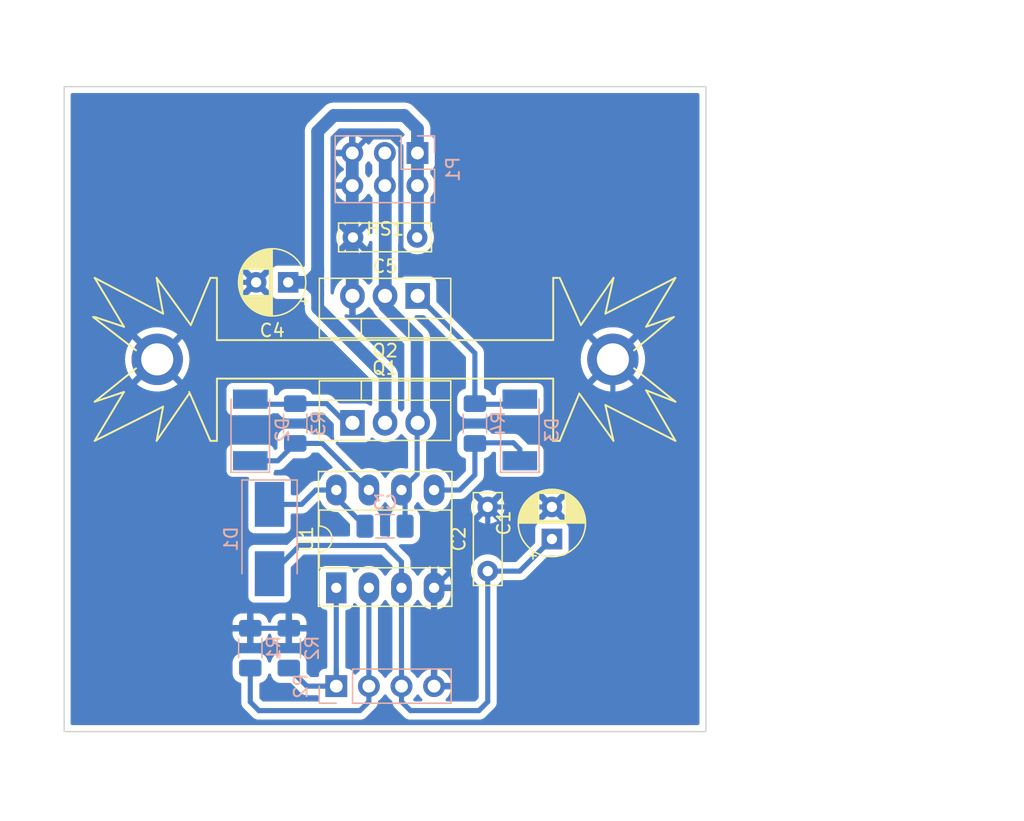
<source format=kicad_pcb>
(kicad_pcb (version 20211014) (generator pcbnew)
  (layers (0 "F.Cu" signal) (31 "B.Cu" signal) (34 "B.Paste" user) (35 "F.Paste" user) (36 "B.SilkS" user "B.Silkscreen") (37 "F.SilkS" user "F.Silkscreen") (38 "B.Mask" user) (39 "F.Mask" user) (44 "Edge.Cuts" user))
  (net 0 "")
  (net 1 "VCC")
  (net 2 "GND")
  (net 3 "/out")
  (net 4 "+24V")
  (net 5 "Net-(C3-Pad2)")
  (net 6 "/lin1")
  (net 7 "/hin1")
  (net 8 "/Vghs1")
  (net 9 "/Vgls1")
  (net 10 "Net-(Q1-Pad1)")
  (net 11 "Net-(Q2-Pad1)")
  (footprint "Package_TO_SOT_THT:TO-220-3_Vertical" (layer "F.Cu") (at 97.46 103.945)
    (fp_text reference "Q1" (at 2.54 -4.27) (layer "F.SilkS"))
    (fp_text value "IRF540N")
    (fp_line (start 4.391 -3.27) (end 4.391 -1.76) (layer "F.SilkS") (width 0.12))
    (fp_line (start -2.58 -3.27) (end -2.58 1.371) (layer "F.SilkS") (width 0.12))
    (fp_line (start 0.69 -3.27) (end 0.69 -1.76) (layer "F.SilkS") (width 0.12))
    (fp_line (start -2.58 -1.76) (end 7.66 -1.76) (layer "F.SilkS") (width 0.12))
    (fp_line (start 7.66 -3.27) (end 7.66 1.371) (layer "F.SilkS") (width 0.12))
    (fp_line (start -2.58 -3.27) (end 7.66 -3.27) (layer "F.SilkS") (width 0.12))
    (fp_line (start -2.58 1.371) (end 7.66 1.371) (layer "F.SilkS") (width 0.12))
    (pad "1" thru_hole rect (at 0 0) (size 1.905 2) (drill 1.1) (layers *.Cu *.Mask) (net 10 "Net-(Q1-Pad1)"))
    (pad "2" thru_hole oval (at 2.54 0) (size 1.905 2) (drill 1.1) (layers *.Cu *.Mask) (net 4 "+24V"))
    (pad "3" thru_hole oval (at 5.08 0) (size 1.905 2) (drill 1.1) (layers *.Cu *.Mask) (net 3 "/out"))
  )
  (footprint "Capacitor_THT:C_Rect_L7.0mm_W2.0mm_P5.00mm" (layer "F.Cu") (at 108 115.5 90)
    (fp_text reference "C2" (at 2.5 -2.25 90) (layer "F.SilkS"))
    (fp_text value "C")
    (fp_line (start 6.12 -1.12) (end 6.12 1.12) (layer "F.SilkS") (width 0.12))
    (fp_line (start -1.12 -1.12) (end 6.12 -1.12) (layer "F.SilkS") (width 0.12))
    (fp_line (start -1.12 1.12) (end 6.12 1.12) (layer "F.SilkS") (width 0.12))
    (fp_line (start -1.12 -1.12) (end -1.12 1.12) (layer "F.SilkS") (width 0.12))
    (pad "1" thru_hole circle (at 0 0 90) (size 1.6 1.6) (drill 0.8) (layers *.Cu *.Mask) (net 1 "VCC"))
    (pad "2" thru_hole circle (at 5 0 90) (size 1.6 1.6) (drill 0.8) (layers *.Cu *.Mask) (net 2 "GND"))
  )
  (footprint "Package_TO_SOT_THT:TO-220-3_Vertical" (layer "F.Cu") (at 102.54 94.055 180)
    (fp_text reference "Q2" (at 2.54 -4.27) (layer "F.SilkS"))
    (fp_text value "IRF540N")
    (fp_line (start -2.58 -3.27) (end -2.58 1.371) (layer "F.SilkS") (width 0.12))
    (fp_line (start -2.58 1.371) (end 7.66 1.371) (layer "F.SilkS") (width 0.12))
    (fp_line (start 0.69 -3.27) (end 0.69 -1.76) (layer "F.SilkS") (width 0.12))
    (fp_line (start -2.58 -1.76) (end 7.66 -1.76) (layer "F.SilkS") (width 0.12))
    (fp_line (start 7.66 -3.27) (end 7.66 1.371) (layer "F.SilkS") (width 0.12))
    (fp_line (start 4.391 -3.27) (end 4.391 -1.76) (layer "F.SilkS") (width 0.12))
    (fp_line (start -2.58 -3.27) (end 7.66 -3.27) (layer "F.SilkS") (width 0.12))
    (pad "1" thru_hole rect (at 0 0 180) (size 1.905 2) (drill 1.1) (layers *.Cu *.Mask) (net 11 "Net-(Q2-Pad1)"))
    (pad "2" thru_hole oval (at 2.54 0 180) (size 1.905 2) (drill 1.1) (layers *.Cu *.Mask) (net 3 "/out"))
    (pad "3" thru_hole oval (at 5.08 0 180) (size 1.905 2) (drill 1.1) (layers *.Cu *.Mask) (net 2 "GND"))
  )
  (footprint "Package_DIP:DIP-8_W7.62mm_Socket_LongPads" (layer "F.Cu") (at 96.2 116.8 90)
    (fp_text reference "U1" (at 3.81 -2.33 90) (layer "F.SilkS"))
    (fp_text value "L6387E")
    (fp_line (start -1.44 -1.39) (end -1.44 9.01) (layer "F.SilkS") (width 0.12))
    (fp_line (start 9.06 9.01) (end 9.06 -1.39) (layer "F.SilkS") (width 0.12))
    (fp_line (start -1.44 9.01) (end 9.06 9.01) (layer "F.SilkS") (width 0.12))
    (fp_line (start 2.81 -1.33) (end 1.56 -1.33) (layer "F.SilkS") (width 0.12))
    (fp_line (start 6.06 8.95) (end 6.06 -1.33) (layer "F.SilkS") (width 0.12))
    (fp_line (start 6.06 -1.33) (end 4.81 -1.33) (layer "F.SilkS") (width 0.12))
    (fp_line (start 9.06 -1.39) (end -1.44 -1.39) (layer "F.SilkS") (width 0.12))
    (fp_line (start 1.56 -1.33) (end 1.56 8.95) (layer "F.SilkS") (width 0.12))
    (fp_line (start 1.56 8.95) (end 6.06 8.95) (layer "F.SilkS") (width 0.12))
    (fp_arc (start 4.81 -1.33) (mid 3.81 -0.33) (end 2.81 -1.33) (layer "F.SilkS") (width 0.12))
    (pad "1" thru_hole rect (at 0 0 90) (size 2.4 1.6) (drill 0.8) (layers *.Cu *.Mask) (net 6 "/lin1"))
    (pad "2" thru_hole oval (at 0 2.54 90) (size 2.4 1.6) (drill 0.8) (layers *.Cu *.Mask) (net 7 "/hin1"))
    (pad "3" thru_hole oval (at 0 5.08 90) (size 2.4 1.6) (drill 0.8) (layers *.Cu *.Mask) (net 1 "VCC"))
    (pad "4" thru_hole oval (at 0 7.62 90) (size 2.4 1.6) (drill 0.8) (layers *.Cu *.Mask) (net 2 "GND"))
    (pad "5" thru_hole oval (at 7.62 7.62 90) (size 2.4 1.6) (drill 0.8) (layers *.Cu *.Mask) (net 9 "/Vgls1"))
    (pad "6" thru_hole oval (at 7.62 5.08 90) (size 2.4 1.6) (drill 0.8) (layers *.Cu *.Mask) (net 3 "/out"))
    (pad "7" thru_hole oval (at 7.62 2.54 90) (size 2.4 1.6) (drill 0.8) (layers *.Cu *.Mask) (net 8 "/Vghs1"))
    (pad "8" thru_hole oval (at 7.62 0 90) (size 2.4 1.6) (drill 0.8) (layers *.Cu *.Mask) (net 5 "Net-(C3-Pad2)"))
  )
  (footprint "my_own:Heatsink_Fischer_SK409_2xDrill2.3mm_soldered" (layer "F.Cu") (at 100 99)
    (fp_text reference "HS1" (at 0 -10.16) (layer "F.SilkS"))
    (fp_text value "Heatsink_Pad")
    (fp_line (start -13.608 6.35) (end -15.259 2.54) (layer "F.SilkS") (width 0.15))
    (fp_line (start -15.132 -2.667) (end -17.799 -6.35) (layer "F.SilkS") (width 0.15))
    (fp_line (start 13.1 6.35) (end 13.608 6.35) (layer "F.SilkS") (width 0.15))
    (fp_line (start 22.625 6.35) (end 20.339 2.413) (layer "F.SilkS") (width 0.15))
    (fp_line (start -17.799 -6.35) (end -17.291 -3.556) (layer "F.SilkS") (width 0.15))
    (fp_line (start 20.339 2.413) (end 22.625 3.302) (layer "F.SilkS") (width 0.15))
    (fp_line (start -13.1 1.5) (end -13.1 6.35) (layer "F.SilkS") (width 0.15))
    (fp_line (start -13.608 6.35) (end -13.1 6.35) (layer "F.SilkS") (width 0.15))
    (fp_line (start -22.625 -3.302) (end -20.339 -2.54) (layer "F.SilkS") (width 0.15))
    (fp_line (start -22.752 -3.302) (end -19.4 -0.7) (layer "F.SilkS") (width 0.15))
    (fp_line (start 20.339 -2.54) (end 22.498 -3.302) (layer "F.SilkS") (width 0.15))
    (fp_line (start -17.291 -3.556) (end -22.625 -6.35) (layer "F.SilkS") (width 0.15))
    (fp_line (start -22.625 3.302) (end -19.4 0.7) (layer "F.SilkS") (width 0.15))
    (fp_line (start -22.625 3.302) (end -20.339 2.54) (layer "F.SilkS") (width 0.15))
    (fp_line (start -13.1 -6.35) (end -13.608 -6.35) (layer "F.SilkS") (width 0.15))
    (fp_line (start 17.164 3.556) (end 22.625 6.35) (layer "F.SilkS") (width 0.15))
    (fp_line (start 22.498 -3.302) (end 19.4 -0.7) (layer "F.SilkS") (width 0.15))
    (fp_line (start 13.608 -6.35) (end 15.259 -2.667) (layer "F.SilkS") (width 0.15))
    (fp_line (start -20.339 -2.54) (end -22.625 -6.35) (layer "F.SilkS") (width 0.15))
    (fp_line (start 15.259 -2.667) (end 17.799 -6.35) (layer "F.SilkS") (width 0.15))
    (fp_line (start 22.625 -6.35) (end 20.339 -2.54) (layer "F.SilkS") (width 0.15))
    (fp_line (start -20.339 2.54) (end -22.625 6.35) (layer "F.SilkS") (width 0.15))
    (fp_line (start 13.1 -6.35) (end 13.481 -6.35) (layer "F.SilkS") (width 0.15))
    (fp_line (start -17.799 6.35) (end -17.291 3.683) (layer "F.SilkS") (width 0.15))
    (fp_line (start 13.1 -1.5) (end 13.1 -6.35) (layer "F.SilkS") (width 0.15))
    (fp_line (start 22.625 3.302) (end 19.4 0.7) (layer "F.SilkS") (width 0.15))
    (fp_line (start 13.1 1.5) (end -13.1 1.5) (layer "F.SilkS") (width 0.15))
    (fp_line (start -13.608 -6.35) (end -15.132 -2.667) (layer "F.SilkS") (width 0.15))
    (fp_line (start -15.259 2.667) (end -17.799 6.35) (layer "F.SilkS") (width 0.15))
    (fp_line (start 17.164 -3.556) (end 17.799 -6.35) (layer "F.SilkS") (width 0.15))
    (fp_line (start 13.1 -1.5) (end -13.1 -1.5) (layer "F.SilkS") (width 0.15))
    (fp_line (start 15.132 2.667) (end 17.799 6.35) (layer "F.SilkS") (width 0.15))
    (fp_line (start -13.1 -1.5) (end -13.1 -6.35) (layer "F.SilkS") (width 0.15))
    (fp_line (start 13.608 6.35) (end 15.132 2.667) (layer "F.SilkS") (width 0.15))
    (fp_line (start -17.291 3.683) (end -22.625 6.35) (layer "F.SilkS") (width 0.15))
    (fp_line (start 13.1 1.5) (end 13.1 6.35) (layer "F.SilkS") (width 0.15))
    (fp_line (start 22.625 -6.35) (end 17.164 -3.556) (layer "F.SilkS") (width 0.15))
    (fp_line (start 17.799 6.35) (end 17.164 3.556) (layer "F.SilkS") (width 0.15))
    (pad "1" thru_hole circle (at -17.75 0) (size 4 4) (drill 2.5) (layers *.Cu *.Mask) (net 2 "GND"))
    (pad "1" thru_hole circle (at 17.75 0) (size 4 4) (drill 2.5) (layers *.Cu *.Mask) (net 2 "GND"))
  )
  (footprint "Capacitor_THT:CP_Radial_D5.0mm_P2.50mm" (layer "F.Cu") (at 92.455113 93 180)
    (fp_text reference "C4" (at 1.25 -3.75) (layer "F.SilkS"))
    (fp_text value "CP1")
    (fp_line (start 2.091 -2.442) (end 2.091 -1.04) (layer "F.SilkS") (width 0.12))
    (fp_line (start 2.211 -2.398) (end 2.211 -1.04) (layer "F.SilkS") (width 0.12))
    (fp_line (start 2.971 1.04) (end 2.971 1.937) (layer "F.SilkS") (width 0.12))
    (fp_line (start 1.33 -2.579) (end 1.33 2.579) (layer "F.SilkS") (width 0.12))
    (fp_line (start 3.691 -0.915) (end 3.691 0.915) (layer "F.SilkS") (width 0.12))
    (fp_line (start 2.811 -2.065) (end 2.811 -1.04) (layer "F.SilkS") (width 0.12))
    (fp_line (start 2.051 -2.455) (end 2.051 -1.04) (layer "F.SilkS") (width 0.12))
    (fp_line (start 2.331 -2.348) (end 2.331 -1.04) (layer "F.SilkS") (width 0.12))
    (fp_line (start 3.291 -1.605) (end 3.291 -1.04) (layer "F.SilkS") (width 0.12))
    (fp_line (start 1.53 -2.565) (end 1.53 -1.04) (layer "F.SilkS") (width 0.12))
    (fp_line (start 1.81 1.04) (end 1.81 2.52) (layer "F.SilkS") (width 0.12))
    (fp_line (start 1.25 -2.58) (end 1.25 2.58) (layer "F.SilkS") (width 0.12))
    (fp_line (start 2.411 -2.31) (end 2.411 -1.04) (layer "F.SilkS") (width 0.12))
    (fp_line (start 1.41 -2.576) (end 1.41 2.576) (layer "F.SilkS") (width 0.12))
    (fp_line (start 2.051 1.04) (end 2.051 2.455) (layer "F.SilkS") (width 0.12))
    (fp_line (start 2.651 1.04) (end 2.651 2.175) (layer "F.SilkS") (width 0.12))
    (fp_line (start 2.171 -2.414) (end 2.171 -1.04) (layer "F.SilkS") (width 0.12))
    (fp_line (start 1.45 -2.573) (end 1.45 2.573) (layer "F.SilkS") (width 0.12))
    (fp_line (start 2.931 1.04) (end 2.931 1.971) (layer "F.SilkS") (width 0.12))
    (fp_line (start -1.554775 -1.475) (end -1.054775 -1.475) (layer "F.SilkS") (width 0.12))
    (fp_line (start 3.011 -1.901) (end 3.011 -1.04) (layer "F.SilkS") (width 0.12))
    (fp_line (start 1.73 -2.536) (end 1.73 -1.04) (layer "F.SilkS") (width 0.12))
    (fp_line (start 1.81 -2.52) (end 1.81 -1.04) (layer "F.SilkS") (width 0.12))
    (fp_line (start 3.651 -1.011) (end 3.651 1.011) (layer "F.SilkS") (width 0.12))
    (fp_line (start 1.57 1.04) (end 1.57 2.561) (layer "F.SilkS") (width 0.12))
    (fp_line (start 1.77 -2.528) (end 1.77 -1.04) (layer "F.SilkS") (width 0.12))
    (fp_line (start 2.251 1.04) (end 2.251 2.382) (layer "F.SilkS") (width 0.12))
    (fp_line (start 2.771 -2.095) (end 2.771 -1.04) (layer "F.SilkS") (width 0.12))
    (fp_line (start 3.331 -1.554) (end 3.331 -1.04) (layer "F.SilkS") (width 0.12))
    (fp_line (start 2.611 1.04) (end 2.611 2.2) (layer "F.SilkS") (width 0.12))
    (fp_line (start 2.491 1.04) (end 2.491 2.268) (layer "F.SilkS") (width 0.12))
    (fp_line (start 3.251 1.04) (end 3.251 1.653) (layer "F.SilkS") (width 0.12))
    (fp_line (start 1.89 -2.501) (end 1.89 -1.04) (layer "F.SilkS") (width 0.12))
    (fp_line (start 3.411 -1.443) (end 3.411 -1.04) (layer "F.SilkS") (width 0.12))
    (fp_line (start 2.691 -2.149) (end 2.691 -1.04) (layer "F.SilkS") (width 0.12))
    (fp_line (start 2.891 1.04) (end 2.891 2.004) (layer "F.SilkS") (width 0.12))
    (fp_line (start 3.571 -1.178) (end 3.571 1.178) (layer "F.SilkS") (width 0.12))
    (fp_line (start 2.691 1.04) (end 2.691 2.149) (layer "F.SilkS") (width 0.12))
    (fp_line (start 2.451 1.04) (end 2.451 2.29) (layer "F.SilkS") (width 0.12))
    (fp_line (start 1.57 -2.561) (end 1.57 -1.04) (layer "F.SilkS") (width 0.12))
    (fp_line (start 3.411 1.04) (end 3.411 1.443) (layer "F.SilkS") (width 0.12))
    (fp_line (start 3.371 -1.5) (end 3.371 -1.04) (layer "F.SilkS") (width 0.12))
    (fp_line (start 1.53 1.04) (end 1.53 2.565) (layer "F.SilkS") (width 0.12))
    (fp_line (start 3.091 1.04) (end 3.091 1.826) (layer "F.SilkS") (width 0.12))
    (fp_line (start 2.531 1.04) (end 2.531 2.247) (layer "F.SilkS") (width 0.12))
    (fp_line (start 2.011 1.04) (end 2.011 2.468) (layer "F.SilkS") (width 0.12))
    (fp_line (start 3.611 -1.098) (end 3.611 1.098) (layer "F.SilkS") (width 0.12))
    (fp_line (start 2.651 -2.175) (end 2.651 -1.04) (layer "F.SilkS") (width 0.12))
    (fp_line (start 1.971 1.04) (end 1.971 2.48) (layer "F.SilkS") (width 0.12))
    (fp_line (start 2.131 -2.428) (end 2.131 -1.04) (layer "F.SilkS") (width 0.12))
    (fp_line (start 1.65 -2.55) (end 1.65 -1.04) (layer "F.SilkS") (width 0.12))
    (fp_line (start 1.93 -2.491) (end 1.93 -1.04) (layer "F.SilkS") (width 0.12))
    (fp_line (start 3.731 -0.805) (end 3.731 0.805) (layer "F.SilkS") (width 0.12))
    (fp_line (start 3.531 -1.251) (end 3.531 -1.04) (layer "F.SilkS") (width 0.12))
    (fp_line (start 2.131 1.04) (end 2.131 2.428) (layer "F.SilkS") (width 0.12))
    (fp_line (start 3.131 -1.785) (end 3.131 -1.04) (layer "F.SilkS") (width 0.12))
    (fp_line (start 3.491 -1.319) (end 3.491 -1.04) (layer "F.SilkS") (width 0.12))
    (fp_line (start 2.731 -2.122) (end 2.731 -1.04) (layer "F.SilkS") (width 0.12))
    (fp_line (start 2.411 1.04) (end 2.411 2.31) (layer "F.SilkS") (width 0.12))
    (fp_line (start 2.491 -2.268) (end 2.491 -1.04) (layer "F.SilkS") (width 0.12))
    (fp_line (start 2.211 1.04) (end 2.211 2.398) (layer "F.SilkS") (width 0.12))
    (fp_line (start 2.731 1.04) (end 2.731 2.122) (layer "F.SilkS") (width 0.12))
    (fp_line (start 3.171 1.04) (end 3.171 1.743) (layer "F.SilkS") (width 0.12))
    (fp_line (start 1.85 1.04) (end 1.85 2.511) (layer "F.SilkS") (width 0.12))
    (fp_line (start 2.531 -2.247) (end 2.531 -1.04) (layer "F.SilkS") (width 0.12))
    (fp_line (start 2.931 -1.971) (end 2.931 -1.04) (layer "F.SilkS") (width 0.12))
    (fp_line (start 1.69 -2.543) (end 1.69 -1.04) (layer "F.SilkS") (width 0.12))
    (fp_line (start 3.211 1.04) (end 3.211 1.699) (layer "F.SilkS") (width 0.12))
    (fp_line (start 2.891 -2.004) (end 2.891 -1.04) (layer "F.SilkS") (width 0.12))
    (fp_line (start 3.171 -1.743) (end 3.171 -1.04) (layer "F.SilkS") (width 0.12))
    (fp_line (start 2.851 1.04) (end 2.851 2.035) (layer "F.SilkS") (width 0.12))
    (fp_line (start 1.37 -2.578) (end 1.37 2.578) (layer "F.SilkS") (width 0.12))
    (fp_line (start 2.291 -2.365) (end 2.291 -1.04) (layer "F.SilkS") (width 0.12))
    (fp_line (start 2.091 1.04) (end 2.091 2.442) (layer "F.SilkS") (width 0.12))
    (fp_line (start 1.73 1.04) (end 1.73 2.536) (layer "F.SilkS") (width 0.12))
    (fp_line (start 1.69 1.04) (end 1.69 2.543) (layer "F.SilkS") (width 0.12))
    (fp_line (start 1.61 -2.556) (end 1.61 -1.04) (layer "F.SilkS") (width 0.12))
    (fp_line (start 3.051 -1.864) (end 3.051 -1.04) (layer "F.SilkS") (width 0.12))
    (fp_line (start 2.251 -2.382) (end 2.251 -1.04) (layer "F.SilkS") (width 0.12))
    (fp_line (start 1.49 -2.569) (end 1.49 -1.04) (layer "F.SilkS") (width 0.12))
    (fp_line (start 3.211 -1.699) (end 3.211 -1.04) (layer "F.SilkS") (width 0.12))
    (fp_line (start 2.371 -2.329) (end 2.371 -1.04) (layer "F.SilkS") (width 0.12))
    (fp_line (start 3.011 1.04) (end 3.011 1.901) (layer "F.SilkS") (width 0.12))
    (fp_line (start 1.29 -2.58) (end 1.29 2.58) (layer "F.SilkS") (width 0.12))
    (fp_line (start 2.771 1.04) (end 2.771 2.095) (layer "F.SilkS") (width 0.12))
    (fp_line (start 2.451 -2.29) (end 2.451 -1.04) (layer "F.SilkS") (width 0.12))
    (fp_line (start 2.611 -2.2) (end 2.611 -1.04) (layer "F.SilkS") (width 0.12))
    (fp_line (start 3.451 1.04) (end 3.451 1.383) (layer "F.SilkS") (width 0.12))
    (fp_line (start -1.304775 -1.725) (end -1.304775 -1.225) (layer "F.SilkS") (width 0.12))
    (fp_line (start 2.811 1.04) (end 2.811 2.065) (layer "F.SilkS") (width 0.12))
    (fp_line (start 2.851 -2.035) (end 2.851 -1.04) (layer "F.SilkS") (width 0.12))
    (fp_line (start 1.49 1.04) (end 1.49 2.569) (layer "F.SilkS") (width 0.12))
    (fp_line (start 2.971 -1.937) (end 2.971 -1.04) (layer "F.SilkS") (width 0.12))
    (fp_line (start 1.85 -2.511) (end 1.85 -1.04) (layer "F.SilkS") (width 0.12))
    (fp_line (start 3.371 1.04) (end 3.371 1.5) (layer "F.SilkS") (width 0.12))
    (fp_line (start 1.61 1.04) (end 1.61 2.556) (layer "F.SilkS") (width 0.12))
    (fp_line (start 1.77 1.04) (end 1.77 2.528) (layer "F.SilkS") (width 0.12))
    (fp_line (start 3.131 1.04) (end 3.131 1.785) (layer "F.SilkS") (width 0.12))
    (fp_line (start 2.571 -2.224) (end 2.571 -1.04) (layer "F.SilkS") (width 0.12))
    (fp_line (start 3.291 1.04) (end 3.291 1.605) (layer "F.SilkS") (width 0.12))
    (fp_line (start 3.811 -0.518) (end 3.811 0.518) (layer "F.SilkS") (width 0.12))
    (fp_line (start 3.451 -1.383) (end 3.451 -1.04) (layer "F.SilkS") (width 0.12))
    (fp_line (start 2.331 1.04) (end 2.331 2.348) (layer "F.SilkS") (width 0.12))
    (fp_line (start 3.331 1.04) (end 3.331 1.554) (layer "F.SilkS") (width 0.12))
    (fp_line (start 1.93 1.04) (end 1.93 2.491) (layer "F.SilkS") (width 0.12))
    (fp_line (start 2.571 1.04) (end 2.571 2.224) (layer "F.SilkS") (width 0.12))
    (fp_line (start 3.091 -1.826) (end 3.091 -1.04) (layer "F.SilkS") (width 0.12))
    (fp_line (start 3.491 1.04) (end 3.491 1.319) (layer "F.SilkS") (width 0.12))
    (fp_line (start 3.771 -0.677) (end 3.771 0.677) (layer "F.SilkS") (width 0.12))
    (fp_line (start 2.171 1.04) (end 2.171 2.414) (layer "F.SilkS") (width 0.12))
    (fp_line (start 3.051 1.04) (end 3.051 1.864) (layer "F.SilkS") (width 0.12))
    (fp_line (start 2.011 -2.468) (end 2.011 -1.04) (layer "F.SilkS") (width 0.12))
    (fp_line (start 2.371 1.04) (end 2.371 2.329) (layer "F.SilkS") (width 0.12))
    (fp_line (start 2.291 1.04) (end 2.291 2.365) (layer "F.SilkS") (width 0.12))
    (fp_line (start 1.971 -2.48) (end 1.971 -1.04) (layer "F.SilkS") (width 0.12))
    (fp_line (start 1.89 1.04) (end 1.89 2.501) (layer "F.SilkS") (width 0.12))
    (fp_line (start 3.851 -0.284) (end 3.851 0.284) (layer "F.SilkS") (width 0.12))
    (fp_line (start 3.531 1.04) (end 3.531 1.251) (layer "F.SilkS") (width 0.12))
    (fp_line (start 3.251 -1.653) (end 3.251 -1.04) (layer "F.SilkS") (width 0.12))
    (fp_line (start 1.65 1.04) (end 1.65 2.55) (layer "F.SilkS") (width 0.12))
    (fp_circle (center 1.25 0) (end 3.87 0) (layer "F.SilkS") (width 0.12) (fill none))
    (pad "1" thru_hole rect (at 0 0 180) (size 1.6 1.6) (drill 0.8) (layers *.Cu *.Mask) (net 4 "+24V"))
    (pad "2" thru_hole circle (at 2.5 0 180) (size 1.6 1.6) (drill 0.8) (layers *.Cu *.Mask) (net 2 "GND"))
  )
  (footprint "Capacitor_THT:CP_Radial_D5.0mm_P2.50mm" (layer "F.Cu") (at 113 113 90)
    (fp_text reference "C1" (at 1.25 -3.75 90) (layer "F.SilkS"))
    (fp_text value "CP1")
    (fp_line (start 1.89 1.04) (end 1.89 2.501) (layer "F.SilkS") (width 0.12))
    (fp_line (start 2.011 1.04) (end 2.011 2.468) (layer "F.SilkS") (width 0.12))
    (fp_line (start 1.93 -2.491) (end 1.93 -1.04) (layer "F.SilkS") (width 0.12))
    (fp_line (start 2.491 1.04) (end 2.491 2.268) (layer "F.SilkS") (width 0.12))
    (fp_line (start 3.411 -1.443) (end 3.411 -1.04) (layer "F.SilkS") (width 0.12))
    (fp_line (start 1.69 -2.543) (end 1.69 -1.04) (layer "F.SilkS") (width 0.12))
    (fp_line (start 3.411 1.04) (end 3.411 1.443) (layer "F.SilkS") (width 0.12))
    (fp_line (start 1.81 1.04) (end 1.81 2.52) (layer "F.SilkS") (width 0.12))
    (fp_line (start 3.171 -1.743) (end 3.171 -1.04) (layer "F.SilkS") (width 0.12))
    (fp_line (start 2.651 -2.175) (end 2.651 -1.04) (layer "F.SilkS") (width 0.12))
    (fp_line (start 2.171 1.04) (end 2.171 2.414) (layer "F.SilkS") (width 0.12))
    (fp_line (start 3.011 -1.901) (end 3.011 -1.04) (layer "F.SilkS") (width 0.12))
    (fp_line (start 2.251 1.04) (end 2.251 2.382) (layer "F.SilkS") (width 0.12))
    (fp_line (start 2.291 1.04) (end 2.291 2.365) (layer "F.SilkS") (width 0.12))
    (fp_line (start 1.61 1.04) (end 1.61 2.556) (layer "F.SilkS") (width 0.12))
    (fp_line (start 1.73 1.04) (end 1.73 2.536) (layer "F.SilkS") (width 0.12))
    (fp_line (start -1.554775 -1.475) (end -1.054775 -1.475) (layer "F.SilkS") (width 0.12))
    (fp_line (start 1.25 -2.58) (end 1.25 2.58) (layer "F.SilkS") (width 0.12))
    (fp_line (start 1.53 -2.565) (end 1.53 -1.04) (layer "F.SilkS") (width 0.12))
    (fp_line (start 2.291 -2.365) (end 2.291 -1.04) (layer "F.SilkS") (width 0.12))
    (fp_line (start 1.29 -2.58) (end 1.29 2.58) (layer "F.SilkS") (width 0.12))
    (fp_line (start 1.85 1.04) (end 1.85 2.511) (layer "F.SilkS") (width 0.12))
    (fp_line (start 1.53 1.04) (end 1.53 2.565) (layer "F.SilkS") (width 0.12))
    (fp_line (start 1.93 1.04) (end 1.93 2.491) (layer "F.SilkS") (width 0.12))
    (fp_line (start 2.611 -2.2) (end 2.611 -1.04) (layer "F.SilkS") (width 0.12))
    (fp_line (start 1.41 -2.576) (end 1.41 2.576) (layer "F.SilkS") (width 0.12))
    (fp_line (start 2.731 -2.122) (end 2.731 -1.04) (layer "F.SilkS") (width 0.12))
    (fp_line (start 2.011 -2.468) (end 2.011 -1.04) (layer "F.SilkS") (width 0.12))
    (fp_line (start 2.411 1.04) (end 2.411 2.31) (layer "F.SilkS") (width 0.12))
    (fp_line (start 1.69 1.04) (end 1.69 2.543) (layer "F.SilkS") (width 0.12))
    (fp_line (start 1.57 -2.561) (end 1.57 -1.04) (layer "F.SilkS") (width 0.12))
    (fp_line (start 1.73 -2.536) (end 1.73 -1.04) (layer "F.SilkS") (width 0.12))
    (fp_line (start 1.57 1.04) (end 1.57 2.561) (layer "F.SilkS") (width 0.12))
    (fp_line (start 3.491 1.04) (end 3.491 1.319) (layer "F.SilkS") (width 0.12))
    (fp_line (start 2.771 1.04) (end 2.771 2.095) (layer "F.SilkS") (width 0.12))
    (fp_line (start 1.61 -2.556) (end 1.61 -1.04) (layer "F.SilkS") (width 0.12))
    (fp_line (start 2.931 1.04) (end 2.931 1.971) (layer "F.SilkS") (width 0.12))
    (fp_line (start 1.85 -2.511) (end 1.85 -1.04) (layer "F.SilkS") (width 0.12))
    (fp_line (start 2.971 -1.937) (end 2.971 -1.04) (layer "F.SilkS") (width 0.12))
    (fp_line (start 2.451 1.04) (end 2.451 2.29) (layer "F.SilkS") (width 0.12))
    (fp_line (start 3.451 -1.383) (end 3.451 -1.04) (layer "F.SilkS") (width 0.12))
    (fp_line (start 2.571 1.04) (end 2.571 2.224) (layer "F.SilkS") (width 0.12))
    (fp_line (start 1.65 1.04) (end 1.65 2.55) (layer "F.SilkS") (width 0.12))
    (fp_line (start 3.531 1.04) (end 3.531 1.251) (layer "F.SilkS") (width 0.12))
    (fp_line (start 2.051 1.04) (end 2.051 2.455) (layer "F.SilkS") (width 0.12))
    (fp_line (start 1.89 -2.501) (end 1.89 -1.04) (layer "F.SilkS") (width 0.12))
    (fp_line (start 2.771 -2.095) (end 2.771 -1.04) (layer "F.SilkS") (width 0.12))
    (fp_line (start 2.731 1.04) (end 2.731 2.122) (layer "F.SilkS") (width 0.12))
    (fp_line (start 2.211 -2.398) (end 2.211 -1.04) (layer "F.SilkS") (width 0.12))
    (fp_line (start 2.851 1.04) (end 2.851 2.035) (layer "F.SilkS") (width 0.12))
    (fp_line (start 3.371 1.04) (end 3.371 1.5) (layer "F.SilkS") (width 0.12))
    (fp_line (start 2.811 1.04) (end 2.811 2.065) (layer "F.SilkS") (width 0.12))
    (fp_line (start 2.931 -1.971) (end 2.931 -1.04) (layer "F.SilkS") (width 0.12))
    (fp_line (start 3.651 -1.011) (end 3.651 1.011) (layer "F.SilkS") (width 0.12))
    (fp_line (start 3.291 1.04) (end 3.291 1.605) (layer "F.SilkS") (width 0.12))
    (fp_line (start 1.971 1.04) (end 1.971 2.48) (layer "F.SilkS") (width 0.12))
    (fp_line (start 3.011 1.04) (end 3.011 1.901) (layer "F.SilkS") (width 0.12))
    (fp_line (start 3.771 -0.677) (end 3.771 0.677) (layer "F.SilkS") (width 0.12))
    (fp_line (start 3.451 1.04) (end 3.451 1.383) (layer "F.SilkS") (width 0.12))
    (fp_line (start 1.33 -2.579) (end 1.33 2.579) (layer "F.SilkS") (width 0.12))
    (fp_line (start 1.37 -2.578) (end 1.37 2.578) (layer "F.SilkS") (width 0.12))
    (fp_line (start 2.171 -2.414) (end 2.171 -1.04) (layer "F.SilkS") (width 0.12))
    (fp_line (start 3.251 -1.653) (end 3.251 -1.04) (layer "F.SilkS") (width 0.12))
    (fp_line (start 3.531 -1.251) (end 3.531 -1.04) (layer "F.SilkS") (width 0.12))
    (fp_line (start 2.891 -2.004) (end 2.891 -1.04) (layer "F.SilkS") (width 0.12))
    (fp_line (start 2.131 1.04) (end 2.131 2.428) (layer "F.SilkS") (width 0.12))
    (fp_line (start 3.491 -1.319) (end 3.491 -1.04) (layer "F.SilkS") (width 0.12))
    (fp_line (start 3.131 1.04) (end 3.131 1.785) (layer "F.SilkS") (width 0.12))
    (fp_line (start 3.371 -1.5) (end 3.371 -1.04) (layer "F.SilkS") (width 0.12))
    (fp_line (start 2.371 1.04) (end 2.371 2.329) (layer "F.SilkS") (width 0.12))
    (fp_line (start 2.331 -2.348) (end 2.331 -1.04) (layer "F.SilkS") (width 0.12))
    (fp_line (start 3.131 -1.785) (end 3.131 -1.04) (layer "F.SilkS") (width 0.12))
    (fp_line (start 1.77 -2.528) (end 1.77 -1.04) (layer "F.SilkS") (width 0.12))
    (fp_line (start 2.091 -2.442) (end 2.091 -1.04) (layer "F.SilkS") (width 0.12))
    (fp_line (start 2.811 -2.065) (end 2.811 -1.04) (layer "F.SilkS") (width 0.12))
    (fp_line (start 3.211 -1.699) (end 3.211 -1.04) (layer "F.SilkS") (width 0.12))
    (fp_line (start 3.091 1.04) (end 3.091 1.826) (layer "F.SilkS") (width 0.12))
    (fp_line (start 2.131 -2.428) (end 2.131 -1.04) (layer "F.SilkS") (width 0.12))
    (fp_line (start 2.531 1.04) (end 2.531 2.247) (layer "F.SilkS") (width 0.12))
    (fp_line (start 1.971 -2.48) (end 1.971 -1.04) (layer "F.SilkS") (width 0.12))
    (fp_line (start 1.49 1.04) (end 1.49 2.569) (layer "F.SilkS") (width 0.12))
    (fp_line (start 3.611 -1.098) (end 3.611 1.098) (layer "F.SilkS") (width 0.12))
    (fp_line (start 2.451 -2.29) (end 2.451 -1.04) (layer "F.SilkS") (width 0.12))
    (fp_line (start 3.051 -1.864) (end 3.051 -1.04) (layer "F.SilkS") (width 0.12))
    (fp_line (start 2.051 -2.455) (end 2.051 -1.04) (layer "F.SilkS") (width 0.12))
    (fp_line (start 2.531 -2.247) (end 2.531 -1.04) (layer "F.SilkS") (width 0.12))
    (fp_line (start 3.331 1.04) (end 3.331 1.554) (layer "F.SilkS") (width 0.12))
    (fp_line (start 2.891 1.04) (end 2.891 2.004) (layer "F.SilkS") (width 0.12))
    (fp_line (start 2.411 -2.31) (end 2.411 -1.04) (layer "F.SilkS") (width 0.12))
    (fp_line (start 1.77 1.04) (end 1.77 2.528) (layer "F.SilkS") (width 0.12))
    (fp_line (start 2.971 1.04) (end 2.971 1.937) (layer "F.SilkS") (width 0.12))
    (fp_line (start 2.651 1.04) (end 2.651 2.175) (layer "F.SilkS") (width 0.12))
    (fp_line (start 2.851 -2.035) (end 2.851 -1.04) (layer "F.SilkS") (width 0.12))
    (fp_line (start 2.571 -2.224) (end 2.571 -1.04) (layer "F.SilkS") (width 0.12))
    (fp_line (start 2.211 1.04) (end 2.211 2.398) (layer "F.SilkS") (width 0.12))
    (fp_line (start 3.331 -1.554) (end 3.331 -1.04) (layer "F.SilkS") (width 0.12))
    (fp_line (start 2.251 -2.382) (end 2.251 -1.04) (layer "F.SilkS") (width 0.12))
    (fp_line (start 3.731 -0.805) (end 3.731 0.805) (layer "F.SilkS") (width 0.12))
    (fp_line (start 2.091 1.04) (end 2.091 2.442) (layer "F.SilkS") (width 0.12))
    (fp_line (start 3.691 -0.915) (end 3.691 0.915) (layer "F.SilkS") (width 0.12))
    (fp_line (start 3.211 1.04) (end 3.211 1.699) (layer "F.SilkS") (width 0.12))
    (fp_line (start 2.491 -2.268) (end 2.491 -1.04) (layer "F.SilkS") (width 0.12))
    (fp_line (start 2.691 1.04) (end 2.691 2.149) (layer "F.SilkS") (width 0.12))
    (fp_line (start 3.571 -1.178) (end 3.571 1.178) (layer "F.SilkS") (width 0.12))
    (fp_line (start 1.45 -2.573) (end 1.45 2.573) (layer "F.SilkS") (width 0.12))
    (fp_line (start 2.371 -2.329) (end 2.371 -1.04) (layer "F.SilkS") (width 0.12))
    (fp_line (start 1.49 -2.569) (end 1.49 -1.04) (layer "F.SilkS") (width 0.12))
    (fp_line (start 3.171 1.04) (end 3.171 1.743) (layer "F.SilkS") (width 0.12))
    (fp_line (start 3.251 1.04) (end 3.251 1.653) (layer "F.SilkS") (width 0.12))
    (fp_line (start 2.331 1.04) (end 2.331 2.348) (layer "F.SilkS") (width 0.12))
    (fp_line (start -1.304775 -1.725) (end -1.304775 -1.225) (layer "F.SilkS") (width 0.12))
    (fp_line (start 3.851 -0.284) (end 3.851 0.284) (layer "F.SilkS") (width 0.12))
    (fp_line (start 2.691 -2.149) (end 2.691 -1.04) (layer "F.SilkS") (width 0.12))
    (fp_line (start 3.051 1.04) (end 3.051 1.864) (layer "F.SilkS") (width 0.12))
    (fp_line (start 2.611 1.04) (end 2.611 2.2) (layer "F.SilkS") (width 0.12))
    (fp_line (start 3.291 -1.605) (end 3.291 -1.04) (layer "F.SilkS") (width 0.12))
    (fp_line (start 3.091 -1.826) (end 3.091 -1.04) (layer "F.SilkS") (width 0.12))
    (fp_line (start 3.811 -0.518) (end 3.811 0.518) (layer "F.SilkS") (width 0.12))
    (fp_line (start 1.65 -2.55) (end 1.65 -1.04) (layer "F.SilkS") (width 0.12))
    (fp_line (start 1.81 -2.52) (end 1.81 -1.04) (layer "F.SilkS") (width 0.12))
    (fp_circle (center 1.25 0) (end 3.87 0) (layer "F.SilkS") (width 0.12) (fill none))
    (pad "1" thru_hole rect (at 0 0 90) (size 1.6 1.6) (drill 0.8) (layers *.Cu *.Mask) (net 1 "VCC"))
    (pad "2" thru_hole circle (at 2.5 0 90) (size 1.6 1.6) (drill 0.8) (layers *.Cu *.Mask) (net 2 "GND"))
  )
  (footprint "Capacitor_THT:C_Rect_L7.0mm_W2.0mm_P5.00mm" (layer "F.Cu") (at 102.5 89.5 180)
    (fp_text reference "C5" (at 2.5 -2.25) (layer "F.SilkS"))
    (fp_text value "C")
    (fp_line (start 6.12 -1.12) (end 6.12 1.12) (layer "F.SilkS") (width 0.12))
    (fp_line (start -1.12 -1.12) (end 6.12 -1.12) (layer "F.SilkS") (width 0.12))
    (fp_line (start -1.12 -1.12) (end -1.12 1.12) (layer "F.SilkS") (width 0.12))
    (fp_line (start -1.12 1.12) (end 6.12 1.12) (layer "F.SilkS") (width 0.12))
    (pad "1" thru_hole circle (at 0 0 180) (size 1.6 1.6) (drill 0.8) (layers *.Cu *.Mask) (net 4 "+24V"))
    (pad "2" thru_hole circle (at 5 0 180) (size 1.6 1.6) (drill 0.8) (layers *.Cu *.Mask) (net 2 "GND"))
  )
  (footprint "Diode_SMD:D_MELF" (layer "B.Cu") (at 110.5 104.5 90)
    (fp_text reference "D3" (at 0 2.5 90) (layer "B.SilkS") (effects (justify mirror)))
    (fp_text value "D_Schottky")
    (fp_line (start -3.3 -1.5) (end 2.4 -1.5) (layer "B.SilkS") (width 0.12))
    (fp_line (start -3.3 1.5) (end -3.3 -1.5) (layer "B.SilkS") (width 0.12))
    (fp_line (start 2.4 1.5) (end -3.3 1.5) (layer "B.SilkS") (width 0.12))
    (pad "1" smd rect (at -2.4 0 90) (size 1.5 2.7) (layers "B.Cu" "B.Paste" "B.Mask") (net 9 "/Vgls1"))
    (pad "2" smd rect (at 2.4 0 90) (size 1.5 2.7) (layers "B.Cu" "B.Paste" "B.Mask") (net 11 "Net-(Q2-Pad1)"))
  )
  (footprint "Diode_SMD:D_MELF" (layer "B.Cu") (at 89.5 104.5 90)
    (fp_text reference "D2" (at 0 2.5 90) (layer "B.SilkS") (effects (justify mirror)))
    (fp_text value "D_Schottky")
    (fp_line (start -3.3 -1.5) (end 2.4 -1.5) (layer "B.SilkS") (width 0.12))
    (fp_line (start -3.3 1.5) (end -3.3 -1.5) (layer "B.SilkS") (width 0.12))
    (fp_line (start 2.4 1.5) (end -3.3 1.5) (layer "B.SilkS") (width 0.12))
    (pad "1" smd rect (at -2.4 0 90) (size 1.5 2.7) (layers "B.Cu" "B.Paste" "B.Mask") (net 8 "/Vghs1"))
    (pad "2" smd rect (at 2.4 0 90) (size 1.5 2.7) (layers "B.Cu" "B.Paste" "B.Mask") (net 10 "Net-(Q1-Pad1)"))
  )
  (footprint "Diode_SMD:D_SMB_Handsoldering" (layer "B.Cu") (at 91 113 -90)
    (fp_text reference "D1" (at 0 3 90) (layer "B.SilkS") (effects (justify mirror)))
    (fp_text value "D_Schottky")
    (fp_line (start -4.6 2.15) (end 2.7 2.15) (layer "B.SilkS") (width 0.12))
    (fp_line (start -4.6 2.15) (end -4.6 -2.15) (layer "B.SilkS") (width 0.12))
    (fp_line (start -4.6 -2.15) (end 2.7 -2.15) (layer "B.SilkS") (width 0.12))
    (pad "1" smd rect (at -2.7 0 270) (size 3.5 2.3) (layers "B.Cu" "B.Paste" "B.Mask") (net 5 "Net-(C3-Pad2)"))
    (pad "2" smd rect (at 2.7 0 270) (size 3.5 2.3) (layers "B.Cu" "B.Paste" "B.Mask") (net 1 "VCC"))
  )
  (footprint "Connector_PinSocket_2.54mm:PinSocket_1x04_P2.54mm_Vertical" (layer "B.Cu") (at 96.2 124.46 -90)
    (fp_text reference "P2" (at 0 2.77 90) (layer "B.SilkS") (effects (justify mirror)))
    (fp_text value "CONN_4")
    (fp_line (start 1.33 -1.27) (end 1.33 -8.95) (layer "B.SilkS") (width 0.12))
    (fp_line (start 0 1.33) (end 1.33 1.33) (layer "B.SilkS") (width 0.12))
    (fp_line (start -1.33 -8.95) (end 1.33 -8.95) (layer "B.SilkS") (width 0.12))
    (fp_line (start -1.33 -1.27) (end -1.33 -8.95) (layer "B.SilkS") (width 0.12))
    (fp_line (start 1.33 1.33) (end 1.33 0) (layer "B.SilkS") (width 0.12))
    (fp_line (start -1.33 -1.27) (end 1.33 -1.27) (layer "B.SilkS") (width 0.12))
    (pad "1" thru_hole rect (at 0 0 270) (size 1.7 1.7) (drill 1) (layers *.Cu *.Mask) (net 6 "/lin1"))
    (pad "2" thru_hole oval (at 0 -2.54 270) (size 1.7 1.7) (drill 1) (layers *.Cu *.Mask) (net 7 "/hin1"))
    (pad "3" thru_hole oval (at 0 -5.08 270) (size 1.7 1.7) (drill 1) (layers *.Cu *.Mask) (net 1 "VCC"))
    (pad "4" thru_hole oval (at 0 -7.62 270) (size 1.7 1.7) (drill 1) (layers *.Cu *.Mask) (net 2 "GND"))
  )
  (footprint "Resistor_SMD:R_1206_3216Metric_Pad1.30x1.75mm_HandSolder" (layer "B.Cu") (at 92.5 121.5 90)
    (fp_text reference "R2" (at 0 1.82 90) (layer "B.SilkS") (effects (justify mirror)))
    (fp_text value "R")
    (fp_line (start -0.727064 -0.91) (end 0.727064 -0.91) (layer "B.SilkS") (width 0.12))
    (fp_line (start -0.727064 0.91) (end 0.727064 0.91) (layer "B.SilkS") (width 0.12))
    (pad "1" smd roundrect (at -1.55 0 90) (size 1.3 1.75) (layers "B.Cu" "B.Paste" "B.Mask") (roundrect_rratio 0.1923076923) (net 6 "/lin1"))
    (pad "2" smd roundrect (at 1.55 0 90) (size 1.3 1.75) (layers "B.Cu" "B.Paste" "B.Mask") (roundrect_rratio 0.1923076923) (net 2 "GND"))
  )
  (footprint "Resistor_SMD:R_1206_3216Metric_Pad1.30x1.75mm_HandSolder" (layer "B.Cu") (at 107 104 90)
    (fp_text reference "R4" (at 0 1.82 90) (layer "B.SilkS") (effects (justify mirror)))
    (fp_text value "R")
    (fp_line (start -0.727064 0.91) (end 0.727064 0.91) (layer "B.SilkS") (width 0.12))
    (fp_line (start -0.727064 -0.91) (end 0.727064 -0.91) (layer "B.SilkS") (width 0.12))
    (pad "1" smd roundrect (at -1.55 0 90) (size 1.3 1.75) (layers "B.Cu" "B.Paste" "B.Mask") (roundrect_rratio 0.1923076923) (net 9 "/Vgls1"))
    (pad "2" smd roundrect (at 1.55 0 90) (size 1.3 1.75) (layers "B.Cu" "B.Paste" "B.Mask") (roundrect_rratio 0.1923076923) (net 11 "Net-(Q2-Pad1)"))
  )
  (footprint "Resistor_SMD:R_1206_3216Metric_Pad1.30x1.75mm_HandSolder" (layer "B.Cu") (at 89.5 121.5 90)
    (fp_text reference "R1" (at 0 1.82 90) (layer "B.SilkS") (effects (justify mirror)))
    (fp_text value "R")
    (fp_line (start -0.727064 0.91) (end 0.727064 0.91) (layer "B.SilkS") (width 0.12))
    (fp_line (start -0.727064 -0.91) (end 0.727064 -0.91) (layer "B.SilkS") (width 0.12))
    (pad "1" smd roundrect (at -1.55 0 90) (size 1.3 1.75) (layers "B.Cu" "B.Paste" "B.Mask") (roundrect_rratio 0.1923076923) (net 7 "/hin1"))
    (pad "2" smd roundrect (at 1.55 0 90) (size 1.3 1.75) (layers "B.Cu" "B.Paste" "B.Mask") (roundrect_rratio 0.1923076923) (net 2 "GND"))
  )
  (footprint "Connector_PinSocket_2.54mm:PinSocket_2x03_P2.54mm_Vertical" (layer "B.Cu") (at 102.525 82.92 90)
    (fp_text reference "P1" (at -1.27 2.77 90) (layer "B.SilkS") (effects (justify mirror)))
    (fp_text value "CONN_3X2")
    (fp_line (start 1.33 -1.27) (end 1.33 -6.41) (layer "B.SilkS") (width 0.12))
    (fp_line (start -3.87 1.33) (end -1.27 1.33) (layer "B.SilkS") (width 0.12))
    (fp_line (start -1.27 -1.27) (end 1.33 -1.27) (layer "B.SilkS") (width 0.12))
    (fp_line (start -1.27 1.33) (end -1.27 -1.27) (layer "B.SilkS") (width 0.12))
    (fp_line (start 1.33 1.33) (end 1.33 0) (layer "B.SilkS") (width 0.12))
    (fp_line (start 0 1.33) (end 1.33 1.33) (layer "B.SilkS") (width 0.12))
    (fp_line (start -3.87 1.33) (end -3.87 -6.41) (layer "B.SilkS") (width 0.12))
    (fp_line (start -3.87 -6.41) (end 1.33 -6.41) (layer "B.SilkS") (width 0.12))
    (pad "1" thru_hole rect (at 0 0 90) (size 1.7 1.7) (drill 1) (layers *.Cu *.Mask) (net 4 "+24V"))
    (pad "2" thru_hole oval (at -2.54 0 90) (size 1.7 1.7) (drill 1) (layers *.Cu *.Mask) (net 4 "+24V"))
    (pad "3" thru_hole oval (at 0 -2.54 90) (size 1.7 1.7) (drill 1) (layers *.Cu *.Mask) (net 3 "/out"))
    (pad "4" thru_hole oval (at -2.54 -2.54 90) (size 1.7 1.7) (drill 1) (layers *.Cu *.Mask) (net 3 "/out"))
    (pad "5" thru_hole oval (at 0 -5.08 90) (size 1.7 1.7) (drill 1) (layers *.Cu *.Mask) (net 2 "GND"))
    (pad "6" thru_hole oval (at -2.54 -5.08 90) (size 1.7 1.7) (drill 1) (layers *.Cu *.Mask) (net 2 "GND"))
  )
  (footprint "Resistor_SMD:R_1206_3216Metric_Pad1.30x1.75mm_HandSolder" (layer "B.Cu") (at 93 104 90)
    (fp_text reference "R3" (at 0 1.82 90) (layer "B.SilkS") (effects (justify mirror)))
    (fp_text value "R")
    (fp_line (start -0.727064 0.91) (end 0.727064 0.91) (layer "B.SilkS") (width 0.12))
    (fp_line (start -0.727064 -0.91) (end 0.727064 -0.91) (layer "B.SilkS") (width 0.12))
    (pad "1" smd roundrect (at -1.55 0 90) (size 1.3 1.75) (layers "B.Cu" "B.Paste" "B.Mask") (roundrect_rratio 0.1923076923) (net 8 "/Vghs1"))
    (pad "2" smd roundrect (at 1.55 0 90) (size 1.3 1.75) (layers "B.Cu" "B.Paste" "B.Mask") (roundrect_rratio 0.1923076923) (net 10 "Net-(Q1-Pad1)"))
  )
  (footprint "Capacitor_SMD:C_1206_3216Metric_Pad1.33x1.80mm_HandSolder" (layer "B.Cu") (at 100 112 180)
    (fp_text reference "C3" (at 0 1.85) (layer "B.SilkS") (effects (justify mirror)))
    (fp_text value "C")
    (fp_line (start -0.711252 -0.91) (end 0.711252 -0.91) (layer "B.SilkS") (width 0.12))
    (fp_line (start -0.711252 0.91) (end 0.711252 0.91) (layer "B.SilkS") (width 0.12))
    (pad "1" smd roundrect (at -1.5625 0 180) (size 1.325 1.8) (layers "B.Cu" "B.Paste" "B.Mask") (roundrect_rratio 0.1886792453) (net 3 "/out"))
    (pad "2" smd roundrect (at 1.5625 0 180) (size 1.325 1.8) (layers "B.Cu" "B.Paste" "B.Mask") (roundrect_rratio 0.1886792453) (net 5 "Net-(C3-Pad2)"))
  )
  (gr_rect (start 75 77.75) (end 125 128) (layer "Edge.Cuts") (width 0.1) (fill none))
  (segment (start 108 125.68) (end 108 115.5) (width 0.4) (layer "B.Cu") (net 1))
  (segment (start 107.315 126.365) (end 108 125.68) (width 0.4) (layer "B.Cu") (net 1))
  (segment (start 91.15 115.7) (end 91 115.7) (width 0.4) (layer "B.Cu") (net 1))
  (segment (start 100 113.5) (end 93.35 113.5) (width 0.4) (layer "B.Cu") (net 1))
  (segment (start 101.28 125.664) (end 101.981 126.365) (width 0.4) (layer "B.Cu") (net 1))
  (segment (start 101.981 126.365) (end 107.315 126.365) (width 0.4) (layer "B.Cu") (net 1))
  (segment (start 101.28 124.46) (end 101.28 125.664) (width 0.4) (layer "B.Cu") (net 1))
  (segment (start 101.28 116.8) (end 101.28 114.78) (width 0.4) (layer "B.Cu") (net 1))
  (segment (start 93.35 113.5) (end 91.15 115.7) (width 0.4) (layer "B.Cu") (net 1))
  (segment (start 101.28 116.8) (end 101.28 124.46) (width 0.4) (layer "B.Cu") (net 1))
  (segment (start 101.28 114.78) (end 100 113.5) (width 0.4) (layer "B.Cu") (net 1))
  (segment (start 108 115.5) (end 110.5 115.5) (width 0.4) (layer "B.Cu") (net 1))
  (segment (start 110.5 115.5) (end 113 113) (width 0.4) (layer "B.Cu") (net 1))
  (segment (start 88.25 93) (end 89.955113 93) (width 0.4) (layer "B.Cu") (net 2))
  (segment (start 97.445 82.92) (end 98.694511 81.670489) (width 0.4) (layer "B.Cu") (net 2))
  (segment (start 108 110.5) (end 108 112.62) (width 0.4) (layer "B.Cu") (net 2))
  (segment (start 117.75 99) (end 117.75 105.75) (width 0.4) (layer "B.Cu") (net 2))
  (segment (start 89.5 119.95) (end 92.5 119.95) (width 0.4) (layer "B.Cu") (net 2))
  (segment (start 117.75 105.75) (end 113 110.5) (width 0.4) (layer "B.Cu") (net 2))
  (segment (start 101.5 91.5) (end 104 91.5) (width 0.4) (layer "B.Cu") (net 2))
  (segment (start 108 112.62) (end 103.82 116.8) (width 0.4) (layer "B.Cu") (net 2))
  (segment (start 113 110.5) (end 108 110.5) (width 0.4) (layer "B.Cu") (net 2))
  (segment (start 103.82 116.8) (end 103.82 124.46) (width 0.4) (layer "B.Cu") (net 2))
  (segment (start 97.445 82.92) (end 97.445 94.04) (width 1) (layer "B.Cu") (net 2))
  (segment (start 101.234511 82.402435) (end 101.234511 91.234511) (width 0.4) (layer "B.Cu") (net 2))
  (segment (start 82.25 99) (end 88.25 93) (width 0.4) (layer "B.Cu") (net 2))
  (segment (start 100.502565 81.670489) (end 101.234511 82.402435) (width 0.4) (layer "B.Cu") (net 2))
  (segment (start 97.445 94.04) (end 97.46 94.055) (width 0.4) (layer "B.Cu") (net 2))
  (segment (start 98.694511 81.670489) (end 100.502565 81.670489) (width 0.4) (layer "B.Cu") (net 2))
  (segment (start 101.234511 91.234511) (end 101.5 91.5) (width 0.4) (layer "B.Cu") (net 2))
  (segment (start 100.015 83.21) (end 100.015 94.04) (width 1) (layer "B.Cu") (net 3))
  (segment (start 101.5625 109.4625) (end 101.28 109.18) (width 0.4) (layer "B.Cu") (net 3))
  (segment (start 101.5625 112) (end 101.5625 109.4625) (width 0.4) (layer "B.Cu") (net 3))
  (segment (start 102.5 107.96) (end 102.5 103.985) (width 0.4) (layer "B.Cu") (net 3))
  (segment (start 101.28 109.18) (end 102.5 107.96) (width 0.4) (layer "B.Cu") (net 3))
  (segment (start 102.5 103.985) (end 102.54 103.945) (width 0.4) (layer "B.Cu") (net 3))
  (segment (start 100 94.866522) (end 102.5 97.366522) (width 1) (layer "B.Cu") (net 3))
  (segment (start 102.5 103.905) (end 102.54 103.945) (width 1) (layer "B.Cu") (net 3))
  (segment (start 100.015 94.04) (end 100 94.055) (width 1) (layer "B.Cu") (net 3))
  (segment (start 100 94.055) (end 100 94.866522) (width 1) (layer "B.Cu") (net 3))
  (segment (start 102.5 97.366522) (end 102.5 103.905) (width 1) (layer "B.Cu") (net 3))
  (segment (start 102.525 89.475) (end 102.5 89.5) (width 1) (layer "B.Cu") (net 4))
  (segment (start 96 80) (end 101.5 80) (width 1) (layer "B.Cu") (net 4))
  (segment (start 94.75 95) (end 94.75 94) (width 1) (layer "B.Cu") (net 4))
  (segment (start 94 93) (end 94.75 93.75) (width 1) (layer "B.Cu") (net 4))
  (segment (start 94.75 93.25) (end 94.75 92) (width 1) (layer "B.Cu") (net 4))
  (segment (start 94.75 93.75) (end 94.75 94) (width 1) (layer "B.Cu") (net 4))
  (segment (start 94.75 94) (end 94.75 93.25) (width 1) (layer "B.Cu") (net 4))
  (segment (start 101.5 80) (end 102.525 81.025) (width 1) (layer "B.Cu") (net 4))
  (segment (start 94 93) (end 94.5 93) (width 1) (layer "B.Cu") (net 4))
  (segment (start 94.5 93) (end 94.75 93.25) (width 1) (layer "B.Cu") (net 4))
  (segment (start 100 103.945) (end 100 100.25) (width 1) (layer "B.Cu") (net 4))
  (segment (start 94.75 81.25) (end 96 80) (width 1) (layer "B.Cu") (net 4))
  (segment (start 102.525 82.92) (end 102.525 89.475) (width 1) (layer "B.Cu") (net 4))
  (segment (start 94.75 92) (end 94.75 81.25) (width 1) (layer "B.Cu") (net 4))
  (segment (start 102.525 81.025) (end 102.525 82.92) (width 1) (layer "B.Cu") (net 4))
  (segment (start 94 93) (end 94.75 92.25) (width 1) (layer "B.Cu") (net 4))
  (segment (start 94.75 92.25) (end 94.75 92) (width 1) (layer "B.Cu") (net 4))
  (segment (start 92.455113 93) (end 94 93) (width 1) (layer "B.Cu") (net 4))
  (segment (start 100 100.25) (end 94.75 95) (width 1) (layer "B.Cu") (net 4))
  (segment (start 96.2 109.7625) (end 96.2 109.18) (width 0.4) (layer "B.Cu") (net 5))
  (segment (start 98.4375 112) (end 96.2 109.7625) (width 0.4) (layer "B.Cu") (net 5))
  (segment (start 94.62 109.18) (end 93.5 110.3) (width 0.4) (layer "B.Cu") (net 5))
  (segment (start 91 110.3) (end 93.5 110.3) (width 0.4) (layer "B.Cu") (net 5))
  (segment (start 96.2 109.18) (end 94.62 109.18) (width 0.4) (layer "B.Cu") (net 5))
  (segment (start 92.5 123.05) (end 93.91 124.46) (width 0.4) (layer "B.Cu") (net 6))
  (segment (start 93.91 124.46) (end 96.2 124.46) (width 0.4) (layer "B.Cu") (net 6))
  (segment (start 96.2 123.125) (end 96.2 124.46) (width 0.4) (layer "B.Cu") (net 6))
  (segment (start 96.2 116.8) (end 96.2 124.46) (width 0.4) (layer "B.Cu") (net 6))
  (segment (start 98.044 126.365) (end 98.74 125.669) (width 0.4) (layer "B.Cu") (net 7))
  (segment (start 90.17 126.365) (end 98.044 126.365) (width 0.4) (layer "B.Cu") (net 7))
  (segment (start 98.74 124.46) (end 98.74 116.8) (width 0.4) (layer "B.Cu") (net 7))
  (segment (start 89.5 123.05) (end 89.5 125.695) (width 0.4) (layer "B.Cu") (net 7))
  (segment (start 98.74 125.669) (end 98.74 124.46) (width 0.4) (layer "B.Cu") (net 7))
  (segment (start 89.5 125.695) (end 90.17 126.365) (width 0.4) (layer "B.Cu") (net 7))
  (segment (start 93 105.55) (end 95.11 105.55) (width 0.4) (layer "B.Cu") (net 8))
  (segment (start 95.11 105.55) (end 98.74 109.18) (width 0.4) (layer "B.Cu") (net 8))
  (segment (start 93 105.55) (end 91.65 106.9) (width 0.4) (layer "B.Cu") (net 8))
  (segment (start 91.65 106.9) (end 89.5 106.9) (width 0.4) (layer "B.Cu") (net 8))
  (segment (start 110 105.5) (end 107.05 105.5) (width 0.4) (layer "B.Cu") (net 9))
  (segment (start 110.5 106) (end 110 105.5) (width 0.4) (layer "B.Cu") (net 9))
  (segment (start 110.5 106.9) (end 110.5 106) (width 0.4) (layer "B.Cu") (net 9))
  (segment (start 103.82 109.18) (end 105.82 109.18) (width 0.4) (layer "B.Cu") (net 9))
  (segment (start 105.82 109.18) (end 107 108) (width 0.4) (layer "B.Cu") (net 9))
  (segment (start 107 108) (end 107 105.55) (width 0.4) (layer "B.Cu") (net 9))
  (segment (start 107.05 105.5) (end 107 105.55) (width 0.4) (layer "B.Cu") (net 9))
  (segment (start 93 102.45) (end 95.45 102.45) (width 0.4) (layer "B.Cu") (net 10))
  (segment (start 96.945 103.945) (end 97.46 103.945) (width 0.4) (layer "B.Cu") (net 10))
  (segment (start 89.5 102.1) (end 89.9 102.5) (width 0.4) (layer "B.Cu") (net 10))
  (segment (start 89.9 102.5) (end 92.95 102.5) (width 0.4) (layer "B.Cu") (net 10))
  (segment (start 92.95 102.5) (end 93 102.45) (width 0.4) (layer "B.Cu") (net 10))
  (segment (start 95.45 102.45) (end 96.945 103.945) (width 0.4) (layer "B.Cu") (net 10))
  (segment (start 110.5 102.1) (end 110.1 102.5) (width 0.4) (layer "B.Cu") (net 11))
  (segment (start 110.1 102.5) (end 107.05 102.5) (width 0.4) (layer "B.Cu") (net 11))
  (segment (start 107 98.515) (end 107 102.45) (width 0.4) (layer "B.Cu") (net 11))
  (segment (start 107.05 102.5) (end 107 102.45) (width 0.4) (layer "B.Cu") (net 11))
  (segment (start 102.54 94.055) (end 107 98.515) (width 0.4) (layer "B.Cu") (net 11))
  (zone (net 2) (net_name "GND") (layer "B.Cu") (connect_pads (clearance 0.508)) (min_thickness 0.254) (fill yes (thermal_gap 0.508) (thermal_bridge_width 0.508))
    (polygon (pts (xy 126 131) (xy 74 130) (xy 74 75) (xy 126 75)))
  )
  (zone (net 0) (net_name "") (layer "B.Cu") (connect_pads (clearance 0.508)) (min_thickness 0.254) (fill yes (thermal_gap 0.508) (thermal_bridge_width 0.508))
    (polygon (pts (xy 130 135) (xy 70 135) (xy 70 72.5) (xy 130 72.5)))
  )
)
</source>
